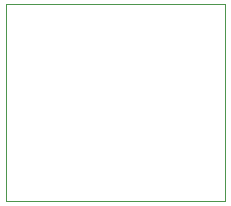
<source format=gbr>
%TF.GenerationSoftware,KiCad,Pcbnew,(7.0.0)*%
%TF.CreationDate,2023-03-08T18:54:55-06:00*%
%TF.ProjectId,Button Board,42757474-6f6e-4204-926f-6172642e6b69,rev?*%
%TF.SameCoordinates,Original*%
%TF.FileFunction,Profile,NP*%
%FSLAX46Y46*%
G04 Gerber Fmt 4.6, Leading zero omitted, Abs format (unit mm)*
G04 Created by KiCad (PCBNEW (7.0.0)) date 2023-03-08 18:54:55*
%MOMM*%
%LPD*%
G01*
G04 APERTURE LIST*
%TA.AperFunction,Profile*%
%ADD10C,0.002000*%
%TD*%
G04 APERTURE END LIST*
D10*
X159264800Y-93676900D02*
X159264800Y-110326900D01*
X140664800Y-93676900D02*
X159264800Y-93676900D01*
X159264800Y-110326900D02*
X140664800Y-110326900D01*
X140664800Y-110326900D02*
X140664800Y-93676900D01*
M02*

</source>
